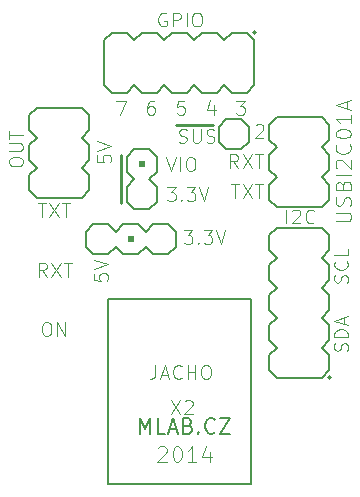
<source format=gbr>
%TF.GenerationSoftware,KiCad,Pcbnew,6.0.11+dfsg-1~bpo11+1*%
%TF.CreationDate,2023-05-27T23:34:48+00:00*%
%TF.ProjectId,USBI2C01,55534249-3243-4303-912e-6b696361645f,I2CUSB01A*%
%TF.SameCoordinates,Original*%
%TF.FileFunction,Legend,Top*%
%TF.FilePolarity,Positive*%
%FSLAX46Y46*%
G04 Gerber Fmt 4.6, Leading zero omitted, Abs format (unit mm)*
G04 Created by KiCad (PCBNEW 6.0.11+dfsg-1~bpo11+1) date 2023-05-27 23:34:48*
%MOMM*%
%LPD*%
G01*
G04 APERTURE LIST*
%ADD10C,0.254000*%
%ADD11C,0.101600*%
%ADD12C,0.200000*%
%ADD13C,0.113792*%
%ADD14C,0.093472*%
%ADD15C,0.152400*%
%ADD16C,0.127000*%
G04 APERTURE END LIST*
D10*
X143579850Y-101669850D02*
X143579850Y-97542350D01*
X148183600Y-95002350D02*
X151358600Y-95002350D01*
D11*
X134100811Y-98245567D02*
X134100811Y-98023014D01*
X134156450Y-97911738D01*
X134267726Y-97800462D01*
X134490278Y-97744824D01*
X134879745Y-97744824D01*
X135102297Y-97800462D01*
X135213573Y-97911738D01*
X135269211Y-98023014D01*
X135269211Y-98245567D01*
X135213573Y-98356843D01*
X135102297Y-98468119D01*
X134879745Y-98523757D01*
X134490278Y-98523757D01*
X134267726Y-98468119D01*
X134156450Y-98356843D01*
X134100811Y-98245567D01*
X134100811Y-97244081D02*
X135046659Y-97244081D01*
X135157935Y-97188443D01*
X135213573Y-97132805D01*
X135269211Y-97021529D01*
X135269211Y-96798976D01*
X135213573Y-96687700D01*
X135157935Y-96632062D01*
X135046659Y-96576424D01*
X134100811Y-96576424D01*
X134100811Y-96186957D02*
X134100811Y-95519300D01*
X135269211Y-95853129D02*
X134100811Y-95853129D01*
D12*
X145174850Y-121164195D02*
X145174850Y-119864195D01*
X145608183Y-120792766D01*
X146041516Y-119864195D01*
X146041516Y-121164195D01*
X147279611Y-121164195D02*
X146660564Y-121164195D01*
X146660564Y-119864195D01*
X147651040Y-120792766D02*
X148270088Y-120792766D01*
X147527230Y-121164195D02*
X147960564Y-119864195D01*
X148393897Y-121164195D01*
X149260564Y-120483242D02*
X149446278Y-120545147D01*
X149508183Y-120607052D01*
X149570088Y-120730861D01*
X149570088Y-120916576D01*
X149508183Y-121040385D01*
X149446278Y-121102290D01*
X149322469Y-121164195D01*
X148827230Y-121164195D01*
X148827230Y-119864195D01*
X149260564Y-119864195D01*
X149384373Y-119926100D01*
X149446278Y-119988004D01*
X149508183Y-120111814D01*
X149508183Y-120235623D01*
X149446278Y-120359433D01*
X149384373Y-120421338D01*
X149260564Y-120483242D01*
X148827230Y-120483242D01*
X150127230Y-121040385D02*
X150189135Y-121102290D01*
X150127230Y-121164195D01*
X150065326Y-121102290D01*
X150127230Y-121040385D01*
X150127230Y-121164195D01*
X151489135Y-121040385D02*
X151427230Y-121102290D01*
X151241516Y-121164195D01*
X151117707Y-121164195D01*
X150931992Y-121102290D01*
X150808183Y-120978480D01*
X150746278Y-120854671D01*
X150684373Y-120607052D01*
X150684373Y-120421338D01*
X150746278Y-120173719D01*
X150808183Y-120049909D01*
X150931992Y-119926100D01*
X151117707Y-119864195D01*
X151241516Y-119864195D01*
X151427230Y-119926100D01*
X151489135Y-119988004D01*
X151922469Y-119864195D02*
X152789135Y-119864195D01*
X151922469Y-121164195D01*
X152789135Y-121164195D01*
D11*
X143177804Y-92984561D02*
X143956737Y-92984561D01*
X143455994Y-94152961D01*
X147393599Y-85578950D02*
X147282323Y-85523311D01*
X147115409Y-85523311D01*
X146948494Y-85578950D01*
X146837218Y-85690226D01*
X146781580Y-85801502D01*
X146725942Y-86024054D01*
X146725942Y-86190969D01*
X146781580Y-86413521D01*
X146837218Y-86524797D01*
X146948494Y-86636073D01*
X147115409Y-86691711D01*
X147226685Y-86691711D01*
X147393599Y-86636073D01*
X147449237Y-86580435D01*
X147449237Y-86190969D01*
X147226685Y-86190969D01*
X147949980Y-86691711D02*
X147949980Y-85523311D01*
X148395085Y-85523311D01*
X148506361Y-85578950D01*
X148561999Y-85634588D01*
X148617637Y-85745864D01*
X148617637Y-85912778D01*
X148561999Y-86024054D01*
X148506361Y-86079692D01*
X148395085Y-86135330D01*
X147949980Y-86135330D01*
X149118380Y-86691711D02*
X149118380Y-85523311D01*
X149897313Y-85523311D02*
X150119866Y-85523311D01*
X150231142Y-85578950D01*
X150342418Y-85690226D01*
X150398056Y-85912778D01*
X150398056Y-86302245D01*
X150342418Y-86524797D01*
X150231142Y-86636073D01*
X150119866Y-86691711D01*
X149897313Y-86691711D01*
X149786037Y-86636073D01*
X149674761Y-86524797D01*
X149619123Y-86302245D01*
X149619123Y-85912778D01*
X149674761Y-85690226D01*
X149786037Y-85578950D01*
X149897313Y-85523311D01*
X162734473Y-108391597D02*
X162790111Y-108224682D01*
X162790111Y-107946492D01*
X162734473Y-107835216D01*
X162678835Y-107779578D01*
X162567559Y-107723940D01*
X162456283Y-107723940D01*
X162345007Y-107779578D01*
X162289369Y-107835216D01*
X162233730Y-107946492D01*
X162178092Y-108169044D01*
X162122454Y-108280320D01*
X162066816Y-108335959D01*
X161955540Y-108391597D01*
X161844264Y-108391597D01*
X161732988Y-108335959D01*
X161677350Y-108280320D01*
X161621711Y-108169044D01*
X161621711Y-107890854D01*
X161677350Y-107723940D01*
X162678835Y-106555540D02*
X162734473Y-106611178D01*
X162790111Y-106778092D01*
X162790111Y-106889368D01*
X162734473Y-107056282D01*
X162623197Y-107167559D01*
X162511921Y-107223197D01*
X162289369Y-107278835D01*
X162122454Y-107278835D01*
X161899902Y-107223197D01*
X161788626Y-107167559D01*
X161677350Y-107056282D01*
X161621711Y-106889368D01*
X161621711Y-106778092D01*
X161677350Y-106611178D01*
X161732988Y-106555540D01*
X162790111Y-105498416D02*
X162790111Y-106054797D01*
X161621711Y-106054797D01*
X146480409Y-115368311D02*
X146480409Y-116202883D01*
X146424770Y-116369797D01*
X146313494Y-116481073D01*
X146146580Y-116536711D01*
X146035304Y-116536711D01*
X146981151Y-116202883D02*
X147537532Y-116202883D01*
X146869875Y-116536711D02*
X147259342Y-115368311D01*
X147648809Y-116536711D01*
X148705932Y-116425435D02*
X148650294Y-116481073D01*
X148483380Y-116536711D01*
X148372104Y-116536711D01*
X148205190Y-116481073D01*
X148093913Y-116369797D01*
X148038275Y-116258521D01*
X147982637Y-116035969D01*
X147982637Y-115869054D01*
X148038275Y-115646502D01*
X148093913Y-115535226D01*
X148205190Y-115423950D01*
X148372104Y-115368311D01*
X148483380Y-115368311D01*
X148650294Y-115423950D01*
X148705932Y-115479588D01*
X149206675Y-116536711D02*
X149206675Y-115368311D01*
X149206675Y-115924692D02*
X149874332Y-115924692D01*
X149874332Y-116536711D02*
X149874332Y-115368311D01*
X150653266Y-115368311D02*
X150875818Y-115368311D01*
X150987094Y-115423950D01*
X151098370Y-115535226D01*
X151154009Y-115757778D01*
X151154009Y-116147245D01*
X151098370Y-116369797D01*
X150987094Y-116481073D01*
X150875818Y-116536711D01*
X150653266Y-116536711D01*
X150541990Y-116481073D01*
X150430713Y-116369797D01*
X150375075Y-116147245D01*
X150375075Y-115757778D01*
X150430713Y-115535226D01*
X150541990Y-115423950D01*
X150653266Y-115368311D01*
X146329823Y-92984561D02*
X146107270Y-92984561D01*
X145995994Y-93040200D01*
X145940356Y-93095838D01*
X145829080Y-93262752D01*
X145773442Y-93485304D01*
X145773442Y-93930409D01*
X145829080Y-94041685D01*
X145884718Y-94097323D01*
X145995994Y-94152961D01*
X146218547Y-94152961D01*
X146329823Y-94097323D01*
X146385461Y-94041685D01*
X146441099Y-93930409D01*
X146441099Y-93652219D01*
X146385461Y-93540942D01*
X146329823Y-93485304D01*
X146218547Y-93429666D01*
X145995994Y-93429666D01*
X145884718Y-93485304D01*
X145829080Y-93540942D01*
X145773442Y-93652219D01*
D13*
X146707470Y-122369664D02*
X146769785Y-122307350D01*
X146894414Y-122245035D01*
X147205987Y-122245035D01*
X147330617Y-122307350D01*
X147392931Y-122369664D01*
X147455246Y-122494294D01*
X147455246Y-122618923D01*
X147392931Y-122805867D01*
X146645155Y-123553643D01*
X147455246Y-123553643D01*
X148265337Y-122245035D02*
X148389966Y-122245035D01*
X148514595Y-122307350D01*
X148576910Y-122369664D01*
X148639225Y-122494294D01*
X148701539Y-122743552D01*
X148701539Y-123055126D01*
X148639225Y-123304384D01*
X148576910Y-123429014D01*
X148514595Y-123491328D01*
X148389966Y-123553643D01*
X148265337Y-123553643D01*
X148140707Y-123491328D01*
X148078393Y-123429014D01*
X148016078Y-123304384D01*
X147953763Y-123055126D01*
X147953763Y-122743552D01*
X148016078Y-122494294D01*
X148078393Y-122369664D01*
X148140707Y-122307350D01*
X148265337Y-122245035D01*
X149947833Y-123553643D02*
X149200057Y-123553643D01*
X149573945Y-123553643D02*
X149573945Y-122245035D01*
X149449315Y-122431979D01*
X149324686Y-122556608D01*
X149200057Y-122618923D01*
X151069497Y-122681238D02*
X151069497Y-123553643D01*
X150757923Y-122182720D02*
X150446350Y-123117440D01*
X151256441Y-123117440D01*
D11*
X157576580Y-103360461D02*
X157576580Y-102192061D01*
X158077323Y-102303338D02*
X158132961Y-102247700D01*
X158244237Y-102192061D01*
X158522428Y-102192061D01*
X158633704Y-102247700D01*
X158689342Y-102303338D01*
X158744980Y-102414614D01*
X158744980Y-102525890D01*
X158689342Y-102692804D01*
X158021685Y-103360461D01*
X158744980Y-103360461D01*
X159913380Y-103249185D02*
X159857742Y-103304823D01*
X159690828Y-103360461D01*
X159579551Y-103360461D01*
X159412637Y-103304823D01*
X159301361Y-103193547D01*
X159245723Y-103082271D01*
X159190085Y-102859719D01*
X159190085Y-102692804D01*
X159245723Y-102470252D01*
X159301361Y-102358976D01*
X159412637Y-102247700D01*
X159579551Y-102192061D01*
X159690828Y-102192061D01*
X159857742Y-102247700D01*
X159913380Y-102303338D01*
X136561905Y-101614211D02*
X137229562Y-101614211D01*
X136895733Y-102782611D02*
X136895733Y-101614211D01*
X137507752Y-101614211D02*
X138286686Y-102782611D01*
X138286686Y-101614211D02*
X137507752Y-102782611D01*
X138564876Y-101614211D02*
X139232533Y-101614211D01*
X138898705Y-102782611D02*
X138898705Y-101614211D01*
X154963600Y-95057988D02*
X155019238Y-95002350D01*
X155130514Y-94946711D01*
X155408705Y-94946711D01*
X155519981Y-95002350D01*
X155575619Y-95057988D01*
X155631257Y-95169264D01*
X155631257Y-95280540D01*
X155575619Y-95447454D01*
X154907962Y-96115111D01*
X155631257Y-96115111D01*
X148472192Y-96478573D02*
X148639106Y-96534211D01*
X148917297Y-96534211D01*
X149028573Y-96478573D01*
X149084211Y-96422935D01*
X149139849Y-96311659D01*
X149139849Y-96200383D01*
X149084211Y-96089107D01*
X149028573Y-96033469D01*
X148917297Y-95977830D01*
X148694744Y-95922192D01*
X148583468Y-95866554D01*
X148527830Y-95810916D01*
X148472192Y-95699640D01*
X148472192Y-95588364D01*
X148527830Y-95477088D01*
X148583468Y-95421450D01*
X148694744Y-95365811D01*
X148972935Y-95365811D01*
X149139849Y-95421450D01*
X149640592Y-95365811D02*
X149640592Y-96311659D01*
X149696230Y-96422935D01*
X149751868Y-96478573D01*
X149863144Y-96534211D01*
X150085697Y-96534211D01*
X150196973Y-96478573D01*
X150252611Y-96422935D01*
X150308249Y-96311659D01*
X150308249Y-95365811D01*
X150808992Y-96478573D02*
X150975906Y-96534211D01*
X151254097Y-96534211D01*
X151365373Y-96478573D01*
X151421011Y-96422935D01*
X151476649Y-96311659D01*
X151476649Y-96200383D01*
X151421011Y-96089107D01*
X151365373Y-96033469D01*
X151254097Y-95977830D01*
X151031544Y-95922192D01*
X150920268Y-95866554D01*
X150864630Y-95810916D01*
X150808992Y-95699640D01*
X150808992Y-95588364D01*
X150864630Y-95477088D01*
X150920268Y-95421450D01*
X151031544Y-95365811D01*
X151309735Y-95365811D01*
X151476649Y-95421450D01*
X162734473Y-114162235D02*
X162790111Y-113995320D01*
X162790111Y-113717130D01*
X162734473Y-113605854D01*
X162678835Y-113550216D01*
X162567559Y-113494578D01*
X162456283Y-113494578D01*
X162345007Y-113550216D01*
X162289369Y-113605854D01*
X162233730Y-113717130D01*
X162178092Y-113939682D01*
X162122454Y-114050959D01*
X162066816Y-114106597D01*
X161955540Y-114162235D01*
X161844264Y-114162235D01*
X161732988Y-114106597D01*
X161677350Y-114050959D01*
X161621711Y-113939682D01*
X161621711Y-113661492D01*
X161677350Y-113494578D01*
X162790111Y-112993835D02*
X161621711Y-112993835D01*
X161621711Y-112715644D01*
X161677350Y-112548730D01*
X161788626Y-112437454D01*
X161899902Y-112381816D01*
X162122454Y-112326178D01*
X162289369Y-112326178D01*
X162511921Y-112381816D01*
X162623197Y-112437454D01*
X162734473Y-112548730D01*
X162790111Y-112715644D01*
X162790111Y-112993835D01*
X162456283Y-111881073D02*
X162456283Y-111324692D01*
X162790111Y-111992349D02*
X161621711Y-111602882D01*
X162790111Y-111213416D01*
X148925461Y-92984561D02*
X148369080Y-92984561D01*
X148313442Y-93540942D01*
X148369080Y-93485304D01*
X148480356Y-93429666D01*
X148758547Y-93429666D01*
X148869823Y-93485304D01*
X148925461Y-93540942D01*
X148981099Y-93652219D01*
X148981099Y-93930409D01*
X148925461Y-94041685D01*
X148869823Y-94097323D01*
X148758547Y-94152961D01*
X148480356Y-94152961D01*
X148369080Y-94097323D01*
X148313442Y-94041685D01*
X152913155Y-100026711D02*
X153580812Y-100026711D01*
X153246983Y-101195111D02*
X153246983Y-100026711D01*
X153859002Y-100026711D02*
X154637936Y-101195111D01*
X154637936Y-100026711D02*
X153859002Y-101195111D01*
X154916126Y-100026711D02*
X155583783Y-100026711D01*
X155249955Y-101195111D02*
X155249955Y-100026711D01*
D13*
X161735177Y-103189311D02*
X162794526Y-103189311D01*
X162919156Y-103126997D01*
X162981470Y-103064682D01*
X163043785Y-102940053D01*
X163043785Y-102690794D01*
X162981470Y-102566165D01*
X162919156Y-102503850D01*
X162794526Y-102441535D01*
X161735177Y-102441535D01*
X162981470Y-101880703D02*
X163043785Y-101693759D01*
X163043785Y-101382186D01*
X162981470Y-101257557D01*
X162919156Y-101195242D01*
X162794526Y-101132927D01*
X162669897Y-101132927D01*
X162545268Y-101195242D01*
X162482953Y-101257557D01*
X162420638Y-101382186D01*
X162358324Y-101631445D01*
X162296009Y-101756074D01*
X162233694Y-101818389D01*
X162109065Y-101880703D01*
X161984436Y-101880703D01*
X161859806Y-101818389D01*
X161797492Y-101756074D01*
X161735177Y-101631445D01*
X161735177Y-101319871D01*
X161797492Y-101132927D01*
X162358324Y-100135893D02*
X162420638Y-99948949D01*
X162482953Y-99886634D01*
X162607582Y-99824319D01*
X162794526Y-99824319D01*
X162919156Y-99886634D01*
X162981470Y-99948949D01*
X163043785Y-100073578D01*
X163043785Y-100572095D01*
X161735177Y-100572095D01*
X161735177Y-100135893D01*
X161797492Y-100011263D01*
X161859806Y-99948949D01*
X161984436Y-99886634D01*
X162109065Y-99886634D01*
X162233694Y-99948949D01*
X162296009Y-100011263D01*
X162358324Y-100135893D01*
X162358324Y-100572095D01*
X163043785Y-99263487D02*
X161735177Y-99263487D01*
X161859806Y-98702655D02*
X161797492Y-98640341D01*
X161735177Y-98515711D01*
X161735177Y-98204138D01*
X161797492Y-98079509D01*
X161859806Y-98017194D01*
X161984436Y-97954879D01*
X162109065Y-97954879D01*
X162296009Y-98017194D01*
X163043785Y-98764970D01*
X163043785Y-97954879D01*
X162919156Y-96646271D02*
X162981470Y-96708586D01*
X163043785Y-96895530D01*
X163043785Y-97020159D01*
X162981470Y-97207103D01*
X162856841Y-97331733D01*
X162732212Y-97394047D01*
X162482953Y-97456362D01*
X162296009Y-97456362D01*
X162046750Y-97394047D01*
X161922121Y-97331733D01*
X161797492Y-97207103D01*
X161735177Y-97020159D01*
X161735177Y-96895530D01*
X161797492Y-96708586D01*
X161859806Y-96646271D01*
X161735177Y-95836181D02*
X161735177Y-95711551D01*
X161797492Y-95586922D01*
X161859806Y-95524607D01*
X161984436Y-95462293D01*
X162233694Y-95399978D01*
X162545268Y-95399978D01*
X162794526Y-95462293D01*
X162919156Y-95524607D01*
X162981470Y-95586922D01*
X163043785Y-95711551D01*
X163043785Y-95836181D01*
X162981470Y-95960810D01*
X162919156Y-96023125D01*
X162794526Y-96085439D01*
X162545268Y-96147754D01*
X162233694Y-96147754D01*
X161984436Y-96085439D01*
X161859806Y-96023125D01*
X161797492Y-95960810D01*
X161735177Y-95836181D01*
X163043785Y-94153685D02*
X163043785Y-94901461D01*
X163043785Y-94527573D02*
X161735177Y-94527573D01*
X161922121Y-94652202D01*
X162046750Y-94776831D01*
X162109065Y-94901461D01*
X162669897Y-93655167D02*
X162669897Y-93032021D01*
X163043785Y-93779797D02*
X161735177Y-93343594D01*
X163043785Y-92907391D01*
D11*
X147464054Y-100287061D02*
X148187349Y-100287061D01*
X147797882Y-100732166D01*
X147964797Y-100732166D01*
X148076073Y-100787804D01*
X148131711Y-100843442D01*
X148187349Y-100954719D01*
X148187349Y-101232909D01*
X148131711Y-101344185D01*
X148076073Y-101399823D01*
X147964797Y-101455461D01*
X147630968Y-101455461D01*
X147519692Y-101399823D01*
X147464054Y-101344185D01*
X148688092Y-101344185D02*
X148743730Y-101399823D01*
X148688092Y-101455461D01*
X148632454Y-101399823D01*
X148688092Y-101344185D01*
X148688092Y-101455461D01*
X149133197Y-100287061D02*
X149856492Y-100287061D01*
X149467025Y-100732166D01*
X149633940Y-100732166D01*
X149745216Y-100787804D01*
X149800854Y-100843442D01*
X149856492Y-100954719D01*
X149856492Y-101232909D01*
X149800854Y-101344185D01*
X149745216Y-101399823D01*
X149633940Y-101455461D01*
X149300111Y-101455461D01*
X149188835Y-101399823D01*
X149133197Y-101344185D01*
X150190320Y-100287061D02*
X150579787Y-101455461D01*
X150969254Y-100287061D01*
X151409823Y-93374028D02*
X151409823Y-94152961D01*
X151131632Y-92928923D02*
X150853442Y-93763495D01*
X151576737Y-93763495D01*
X137277036Y-107862611D02*
X136887569Y-107306230D01*
X136609379Y-107862611D02*
X136609379Y-106694211D01*
X137054483Y-106694211D01*
X137165760Y-106749850D01*
X137221398Y-106805488D01*
X137277036Y-106916764D01*
X137277036Y-107083678D01*
X137221398Y-107194954D01*
X137165760Y-107250592D01*
X137054483Y-107306230D01*
X136609379Y-107306230D01*
X137666502Y-106694211D02*
X138445436Y-107862611D01*
X138445436Y-106694211D02*
X137666502Y-107862611D01*
X138723626Y-106694211D02*
X139391283Y-106694211D01*
X139057455Y-107862611D02*
X139057455Y-106694211D01*
X147408416Y-97747061D02*
X147797882Y-98915461D01*
X148187349Y-97747061D01*
X148576816Y-98915461D02*
X148576816Y-97747061D01*
X149355749Y-97747061D02*
X149578301Y-97747061D01*
X149689578Y-97802700D01*
X149800854Y-97913976D01*
X149856492Y-98136528D01*
X149856492Y-98525995D01*
X149800854Y-98748547D01*
X149689578Y-98859823D01*
X149578301Y-98915461D01*
X149355749Y-98915461D01*
X149244473Y-98859823D01*
X149133197Y-98748547D01*
X149077559Y-98525995D01*
X149077559Y-98136528D01*
X149133197Y-97913976D01*
X149244473Y-97802700D01*
X149355749Y-97747061D01*
X153337804Y-92984561D02*
X154061099Y-92984561D01*
X153671632Y-93429666D01*
X153838547Y-93429666D01*
X153949823Y-93485304D01*
X154005461Y-93540942D01*
X154061099Y-93652219D01*
X154061099Y-93930409D01*
X154005461Y-94041685D01*
X153949823Y-94097323D01*
X153838547Y-94152961D01*
X153504718Y-94152961D01*
X153393442Y-94097323D01*
X153337804Y-94041685D01*
X153469536Y-98655111D02*
X153080069Y-98098730D01*
X152801879Y-98655111D02*
X152801879Y-97486711D01*
X153246983Y-97486711D01*
X153358260Y-97542350D01*
X153413898Y-97597988D01*
X153469536Y-97709264D01*
X153469536Y-97876178D01*
X153413898Y-97987454D01*
X153358260Y-98043092D01*
X153246983Y-98098730D01*
X152801879Y-98098730D01*
X153859002Y-97486711D02*
X154637936Y-98655111D01*
X154637936Y-97486711D02*
X153859002Y-98655111D01*
X154916126Y-97486711D02*
X155583783Y-97486711D01*
X155249955Y-98655111D02*
X155249955Y-97486711D01*
X141301711Y-107619316D02*
X141301711Y-108175697D01*
X141858092Y-108231335D01*
X141802454Y-108175697D01*
X141746816Y-108064420D01*
X141746816Y-107786230D01*
X141802454Y-107674954D01*
X141858092Y-107619316D01*
X141969369Y-107563678D01*
X142247559Y-107563678D01*
X142358835Y-107619316D01*
X142414473Y-107674954D01*
X142470111Y-107786230D01*
X142470111Y-108064420D01*
X142414473Y-108175697D01*
X142358835Y-108231335D01*
X141301711Y-107229849D02*
X142470111Y-106840382D01*
X141301711Y-106450916D01*
X141562061Y-97594238D02*
X141562061Y-98150619D01*
X142118442Y-98206257D01*
X142062804Y-98150619D01*
X142007166Y-98039343D01*
X142007166Y-97761152D01*
X142062804Y-97649876D01*
X142118442Y-97594238D01*
X142229719Y-97538600D01*
X142507909Y-97538600D01*
X142619185Y-97594238D01*
X142674823Y-97649876D01*
X142730461Y-97761152D01*
X142730461Y-98039343D01*
X142674823Y-98150619D01*
X142619185Y-98206257D01*
X141562061Y-97204771D02*
X142730461Y-96815305D01*
X141562061Y-96425838D01*
X137161632Y-111717061D02*
X137384185Y-111717061D01*
X137495461Y-111772700D01*
X137606737Y-111883976D01*
X137662375Y-112106528D01*
X137662375Y-112495995D01*
X137606737Y-112718547D01*
X137495461Y-112829823D01*
X137384185Y-112885461D01*
X137161632Y-112885461D01*
X137050356Y-112829823D01*
X136939080Y-112718547D01*
X136883442Y-112495995D01*
X136883442Y-112106528D01*
X136939080Y-111883976D01*
X137050356Y-111772700D01*
X137161632Y-111717061D01*
X138163118Y-112885461D02*
X138163118Y-111717061D01*
X138830775Y-112885461D01*
X138830775Y-111717061D01*
X148892804Y-103938311D02*
X149616099Y-103938311D01*
X149226632Y-104383416D01*
X149393547Y-104383416D01*
X149504823Y-104439054D01*
X149560461Y-104494692D01*
X149616099Y-104605969D01*
X149616099Y-104884159D01*
X149560461Y-104995435D01*
X149504823Y-105051073D01*
X149393547Y-105106711D01*
X149059718Y-105106711D01*
X148948442Y-105051073D01*
X148892804Y-104995435D01*
X150116842Y-104995435D02*
X150172480Y-105051073D01*
X150116842Y-105106711D01*
X150061204Y-105051073D01*
X150116842Y-104995435D01*
X150116842Y-105106711D01*
X150561947Y-103938311D02*
X151285242Y-103938311D01*
X150895775Y-104383416D01*
X151062690Y-104383416D01*
X151173966Y-104439054D01*
X151229604Y-104494692D01*
X151285242Y-104605969D01*
X151285242Y-104884159D01*
X151229604Y-104995435D01*
X151173966Y-105051073D01*
X151062690Y-105106711D01*
X150728861Y-105106711D01*
X150617585Y-105051073D01*
X150561947Y-104995435D01*
X151619070Y-103938311D02*
X152008537Y-105106711D01*
X152398004Y-103938311D01*
D14*
%TO.C,X2*%
X147777432Y-118329310D02*
X148561784Y-119505838D01*
X148561784Y-118329310D02*
X147777432Y-119505838D01*
X148953960Y-118441361D02*
X149009985Y-118385336D01*
X149122035Y-118329310D01*
X149402161Y-118329310D01*
X149514211Y-118385336D01*
X149570236Y-118441361D01*
X149626261Y-118553411D01*
X149626261Y-118665461D01*
X149570236Y-118833537D01*
X148897935Y-119505838D01*
X149626261Y-119505838D01*
D15*
%TO.C,SV7*%
X153739850Y-97066100D02*
X152469850Y-97066100D01*
X154374850Y-95161100D02*
X154374850Y-96431100D01*
X154374850Y-96431100D02*
X153739850Y-97066100D01*
X153739850Y-94526100D02*
X154374850Y-95161100D01*
X152469850Y-94526100D02*
X153739850Y-94526100D01*
X152469850Y-94526100D02*
X151834850Y-95161100D01*
X151834850Y-96431100D02*
X152469850Y-97066100D01*
X151834850Y-95161100D02*
X151834850Y-96431100D01*
%TO.C,SV4*%
X161201100Y-97542350D02*
X161201100Y-98812350D01*
X156121100Y-100082350D02*
X156756100Y-99447350D01*
X156121100Y-97542350D02*
X156756100Y-96907350D01*
X156121100Y-101352350D02*
X156756100Y-101987350D01*
X160566100Y-96907350D02*
X161201100Y-97542350D01*
X161201100Y-95002350D02*
X161201100Y-96272350D01*
X156121100Y-95002350D02*
X156756100Y-94367350D01*
X156121100Y-98812350D02*
X156121100Y-97542350D01*
X156121100Y-96272350D02*
X156121100Y-95002350D01*
X160566100Y-101987350D02*
X161201100Y-101352350D01*
X161201100Y-96272350D02*
X160566100Y-96907350D01*
X156756100Y-96907350D02*
X156121100Y-96272350D01*
X161201100Y-100082350D02*
X161201100Y-101352350D01*
X161201100Y-98812350D02*
X160566100Y-99447350D01*
X156756100Y-94367350D02*
X160566100Y-94367350D01*
X160566100Y-94367350D02*
X161201100Y-95002350D01*
X156756100Y-99447350D02*
X156121100Y-98812350D01*
X160566100Y-99447350D02*
X161201100Y-100082350D01*
X156756100Y-101987350D02*
X160566100Y-101987350D01*
X156121100Y-101352350D02*
X156121100Y-100082350D01*
%TO.C,SV3*%
X143103600Y-104051100D02*
X143738600Y-103416100D01*
X141198600Y-105956100D02*
X140563600Y-105321100D01*
X147548600Y-105956100D02*
X148183600Y-105321100D01*
X145008600Y-105956100D02*
X143738600Y-105956100D01*
X142468600Y-103416100D02*
X143103600Y-104051100D01*
X143738600Y-105956100D02*
X143103600Y-105321100D01*
X140563600Y-105321100D02*
X140563600Y-104051100D01*
X143103600Y-105321100D02*
X142468600Y-105956100D01*
X145008600Y-103416100D02*
X145643600Y-104051100D01*
X141198600Y-103416100D02*
X142468600Y-103416100D01*
X143738600Y-103416100D02*
X145008600Y-103416100D01*
X146278600Y-105956100D02*
X145643600Y-105321100D01*
X148183600Y-105321100D02*
X148183600Y-104051100D01*
X145643600Y-104051100D02*
X146278600Y-103416100D01*
X145643600Y-105321100D02*
X145008600Y-105956100D01*
X140563600Y-104051100D02*
X141198600Y-103416100D01*
X148183600Y-104051100D02*
X147548600Y-103416100D01*
X146278600Y-103416100D02*
X147548600Y-103416100D01*
X142468600Y-105956100D02*
X141198600Y-105956100D01*
X147548600Y-105956100D02*
X146278600Y-105956100D01*
G36*
X144627600Y-104940100D02*
G01*
X144119600Y-104940100D01*
X144119600Y-104432100D01*
X144627600Y-104432100D01*
X144627600Y-104940100D01*
G37*
%TO.C,SV6*%
X136436100Y-101193600D02*
X140246100Y-101193600D01*
X140246100Y-98653600D02*
X140881100Y-99288600D01*
X136436100Y-96113600D02*
X135801100Y-95478600D01*
X140881100Y-99288600D02*
X140881100Y-100558600D01*
X140246100Y-93573600D02*
X140881100Y-94208600D01*
X140881100Y-94208600D02*
X140881100Y-95478600D01*
X140246100Y-101193600D02*
X140881100Y-100558600D01*
X135801100Y-98018600D02*
X135801100Y-96748600D01*
X140881100Y-96748600D02*
X140881100Y-98018600D01*
X135801100Y-94208600D02*
X136436100Y-93573600D01*
X140246100Y-96113600D02*
X140881100Y-96748600D01*
X135801100Y-96748600D02*
X136436100Y-96113600D01*
X135801100Y-95478600D02*
X135801100Y-94208600D01*
X136436100Y-93573600D02*
X140246100Y-93573600D01*
X135801100Y-100558600D02*
X136436100Y-101193600D01*
X140881100Y-95478600D02*
X140246100Y-96113600D01*
X140881100Y-98018600D02*
X140246100Y-98653600D01*
X136436100Y-98653600D02*
X135801100Y-98018600D01*
X135801100Y-100558600D02*
X135801100Y-99288600D01*
X135801100Y-99288600D02*
X136436100Y-98653600D01*
%TO.C,SV2*%
X156121100Y-106908600D02*
X156756100Y-106273600D01*
X156756100Y-113893600D02*
X156121100Y-113258600D01*
X160566100Y-108813600D02*
X161201100Y-108178600D01*
X156121100Y-115798600D02*
X156756100Y-116433600D01*
X156756100Y-103733600D02*
X160566100Y-103733600D01*
X161201100Y-104368600D02*
X161201100Y-105638600D01*
X156756100Y-106273600D02*
X156121100Y-105638600D01*
X161201100Y-106908600D02*
X161201100Y-108178600D01*
X160566100Y-108813600D02*
X161201100Y-109448600D01*
X160566100Y-111353600D02*
X161201100Y-111988600D01*
X156756100Y-111353600D02*
X156121100Y-110718600D01*
X156121100Y-111988600D02*
X156756100Y-111353600D01*
X161201100Y-113258600D02*
X160566100Y-113893600D01*
X156121100Y-114528600D02*
X156756100Y-113893600D01*
X161201100Y-114528600D02*
X161201100Y-115798600D01*
X160566100Y-116433600D02*
X161201100Y-115798600D01*
X161201100Y-109448600D02*
X161201100Y-110718600D01*
X156121100Y-109448600D02*
X156756100Y-108813600D01*
X156121100Y-104368600D02*
X156756100Y-103733600D01*
X161201100Y-111988600D02*
X161201100Y-113258600D01*
X156121100Y-113258600D02*
X156121100Y-111988600D01*
X156121100Y-108178600D02*
X156756100Y-108813600D01*
X156121100Y-105638600D02*
X156121100Y-104368600D01*
X160566100Y-103733600D02*
X161201100Y-104368600D01*
X156756100Y-116433600D02*
X160566100Y-116433600D01*
X160566100Y-113893600D02*
X161201100Y-114528600D01*
X161201100Y-105638600D02*
X160566100Y-106273600D01*
X156121100Y-115798600D02*
X156121100Y-114528600D01*
X156121100Y-108178600D02*
X156121100Y-106908600D01*
X161201100Y-110718600D02*
X160566100Y-111353600D01*
X156121100Y-110718600D02*
X156121100Y-109448600D01*
X160566100Y-106273600D02*
X161201100Y-106908600D01*
D16*
X161328100Y-116433600D02*
G75*
G03*
X161328100Y-116433600I-127000J0D01*
G01*
D15*
%TO.C,SV5*%
X149771100Y-87858600D02*
X150406100Y-87223600D01*
X142786100Y-92303600D02*
X142151100Y-91668600D01*
X149136100Y-87223600D02*
X149771100Y-87858600D01*
X146596100Y-92303600D02*
X147231100Y-91668600D01*
X154216100Y-92303600D02*
X154851100Y-91668600D01*
X150406100Y-92303600D02*
X149771100Y-91668600D01*
X152311100Y-87858600D02*
X152946100Y-87223600D01*
X154851100Y-87858600D02*
X154216100Y-87223600D01*
X142786100Y-87223600D02*
X144056100Y-87223600D01*
X154216100Y-92303600D02*
X152946100Y-92303600D01*
X146596100Y-92303600D02*
X145326100Y-92303600D01*
X142151100Y-91668600D02*
X142151100Y-87858600D01*
X144056100Y-87223600D02*
X144691100Y-87858600D01*
X149771100Y-91668600D02*
X149136100Y-92303600D01*
X152311100Y-91668600D02*
X151676100Y-92303600D01*
X144056100Y-92303600D02*
X142786100Y-92303600D01*
X151676100Y-87223600D02*
X152311100Y-87858600D01*
X154851100Y-91668600D02*
X154851100Y-87858600D01*
X147866100Y-92303600D02*
X147231100Y-91668600D01*
X142151100Y-87858600D02*
X142786100Y-87223600D01*
X144691100Y-91668600D02*
X144056100Y-92303600D01*
X147866100Y-87223600D02*
X149136100Y-87223600D01*
X147231100Y-87858600D02*
X147866100Y-87223600D01*
X145326100Y-92303600D02*
X144691100Y-91668600D01*
X144691100Y-87858600D02*
X145326100Y-87223600D01*
X152946100Y-92303600D02*
X152311100Y-91668600D01*
X149136100Y-92303600D02*
X147866100Y-92303600D01*
X150406100Y-87223600D02*
X151676100Y-87223600D01*
X145326100Y-87223600D02*
X146596100Y-87223600D01*
X151676100Y-92303600D02*
X150406100Y-92303600D01*
X152946100Y-87223600D02*
X154216100Y-87223600D01*
X147231100Y-87858600D02*
X146596100Y-87223600D01*
D16*
X154978100Y-87223600D02*
G75*
G03*
X154978100Y-87223600I-127000J0D01*
G01*
D15*
%TO.C,SV1*%
X144691100Y-102146100D02*
X145961100Y-102146100D01*
X144056100Y-100241100D02*
X144691100Y-99606100D01*
X145961100Y-102146100D02*
X146596100Y-101511100D01*
X145961100Y-99606100D02*
X146596100Y-100241100D01*
X144056100Y-97701100D02*
X144691100Y-97066100D01*
X145961100Y-97066100D02*
X146596100Y-97701100D01*
X144691100Y-97066100D02*
X145961100Y-97066100D01*
X146596100Y-97701100D02*
X146596100Y-98971100D01*
X144056100Y-101511100D02*
X144056100Y-100241100D01*
X144056100Y-98971100D02*
X144056100Y-97701100D01*
X146596100Y-98971100D02*
X145961100Y-99606100D01*
X144691100Y-99606100D02*
X144056100Y-98971100D01*
X146596100Y-100241100D02*
X146596100Y-101511100D01*
X144056100Y-101511100D02*
X144691100Y-102146100D01*
G36*
X145580100Y-98590100D02*
G01*
X145072100Y-98590100D01*
X145072100Y-98082100D01*
X145580100Y-98082100D01*
X145580100Y-98590100D01*
G37*
D16*
%TO.C,X2*%
X154551100Y-109763600D02*
X142451100Y-109763600D01*
X142451100Y-109763600D02*
X142451100Y-125463600D01*
X154551100Y-125463600D02*
X154551100Y-109763600D01*
X142451100Y-125463600D02*
X154551100Y-125463600D01*
%TD*%
M02*

</source>
